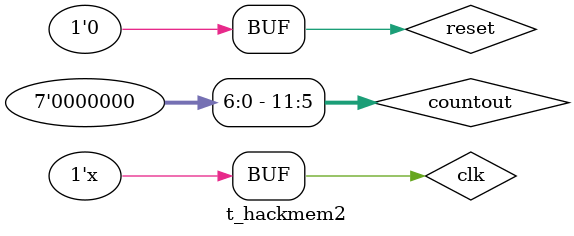
<source format=v>

module hackmem169_4095 (clk, reset, bitsin, cntout);

// *** Parameters ***

parameter HAMMING_TOTAL_SIZE = 20;
parameter MASK_1 = 20'h11111;
parameter MASK_2 = 20'h33333;
parameter MASK_3 = 20'h77777;
parameter MASK_OUT = 20'h0F00F;
parameter HAMMING_DEPTH = 4;
// *** Input/Output ***

	input clk;
	input reset;
	input [HAMMING_TOTAL_SIZE:0] bitsin;

	output reg [HAMMING_DEPTH:0] cntout;

	wire [HAMMING_TOTAL_SIZE:0] bitsin_0;
	wire [HAMMING_TOTAL_SIZE:0] bitsin_1;	
	wire [HAMMING_TOTAL_SIZE:0] bitsin_2;
	wire [HAMMING_TOTAL_SIZE:0] bitsin_3;

	reg [HAMMING_TOTAL_SIZE:0] bitstore;


// *** Combinatorial logic ***

	// Stage 0, shift over to set up the bits to be
	// subtracted
	assign bitsin_0 = bitsin;
	assign bitsin_1 = (bitsin >> 3) & MASK_1;
	assign bitsin_2 = (bitsin >> 2) & MASK_2;
	assign bitsin_3 = (bitsin >> 1) & MASK_3;


// *** Syncronous logic ***

	always @(posedge clk or posedge reset) begin
		if (reset) begin
			cntout <= 0;
			bitstore <= 0;
		end else begin

			// Stage 1 Subtract so that each nibble contains the 
			// sum of its individual bits

			bitstore <= bitsin_0 - bitsin_1 - bitsin_2 - bitsin_3;

			// Shift, add and and, in order to make every third
			// nibble the bitcount, then and in order to isolate 
			// the sum that we want from the chaff.

			cntout <= ((bitstore + (bitstore >> 4) + (bitstore >> 8)) & MASK_OUT) % 4095;
		end
	end
endmodule

module t_hackmem2;
	reg clk;
	reg reset;

	reg [19:0] bitsin;

	wire [11:0] countout;

	hackmem169_4095 DUT(.clk(clk), .reset(reset), .bitsin(bitsin), .cntout(countout));

	initial begin
		clk = 0;
		bitsin = 0;
		reset = 0;
		#40
		reset = 1;
		#100
		reset = 0;
	end

	always #20 clk = ~clk;

	always @(posedge clk) begin
		bitsin[19:1] <= bitsin[18:0];
		bitsin[0] <= 1;
	end
endmodule

</source>
